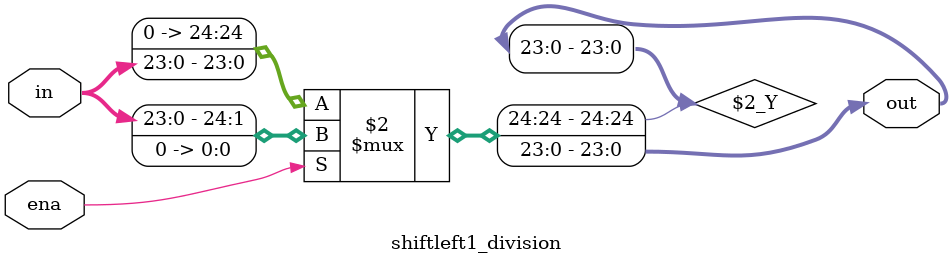
<source format=sv>
module shiftleft_division(in, nshiftleft, out);

input	[23:0]	in;
input	[4:0]	nshiftleft;
output	[23:0]	out;

logic	[23:0]	temp1, temp2, temp3, temp4;

shiftleft16_division shift_1(.in(in), .ena(nshiftleft[4]), .out(temp1));
shiftleft8_division  shift_2(.in(temp1), .ena(nshiftleft[3]), .out(temp2));
shiftleft4_division  shift_3(.in(temp2), .ena(nshiftleft[2]), .out(temp3));
shiftleft2_division  shift_4(.in(temp3), .ena(nshiftleft[1]), .out(temp4));
shiftleft1_division  shift_5(.in(temp4), .ena(nshiftleft[0]), .out(out));

endmodule

/////////////////////////////////////////////////////////////////////////////

module	shiftleft16_division(in, ena, out);

input	[23:0]	in;
input			ena;
output	[23:0]	out;

assign out = ena?{in[8:0],16'b0}:in;
endmodule

/////////////////////////////////////////////////////////////////////////////

module	shiftleft8_division(in, ena, out);

input	[23:0]	in;
input			ena;
output	[23:0]	out;

assign out = ena?{in[16:0],8'b0}:in;
endmodule

/////////////////////////////////////////////////////////////////////////////

module	shiftleft4_division(in, ena, out);

input	[23:0]	in;
input			ena;
output	[23:0]	out;

assign out = ena?{in[20:0],4'b0}:in;
endmodule

/////////////////////////////////////////////////////////////////////////////

module	shiftleft2_division(in, ena, out);

input	[23:0]	in;
input			ena;
output	[23:0]	out;

assign out = ena?{in[22:0],2'b0}:in;
endmodule

/////////////////////////////////////////////////////////////////////////////

module	shiftleft1_division(in, ena, out);

input	[23:0]	in;
input			ena;
output	[23:0]	out;

assign out = ena?{in[23:0],1'b0}:in;
endmodule
</source>
